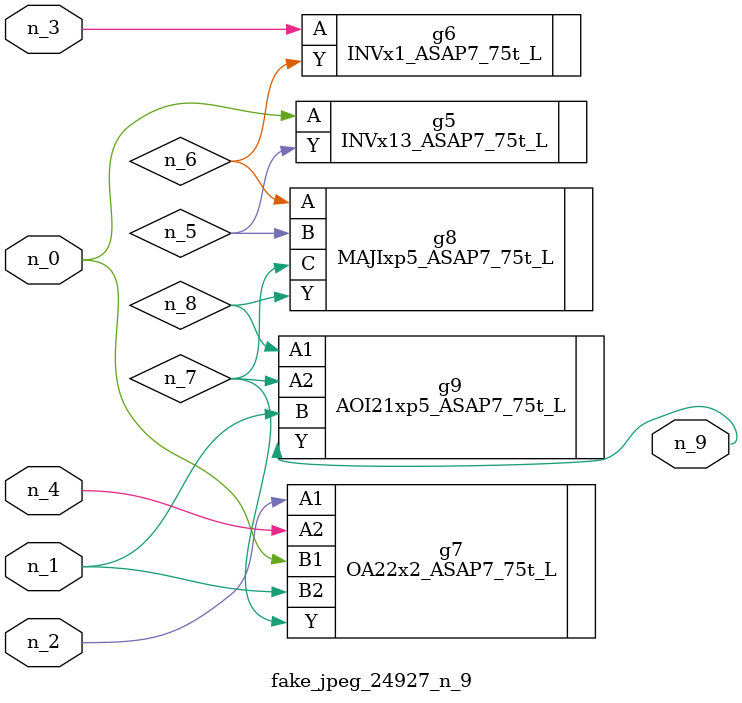
<source format=v>
module fake_jpeg_24927_n_9 (n_3, n_2, n_1, n_0, n_4, n_9);

input n_3;
input n_2;
input n_1;
input n_0;
input n_4;

output n_9;

wire n_8;
wire n_6;
wire n_5;
wire n_7;

INVx13_ASAP7_75t_L g5 ( 
.A(n_0),
.Y(n_5)
);

INVx1_ASAP7_75t_L g6 ( 
.A(n_3),
.Y(n_6)
);

OA22x2_ASAP7_75t_L g7 ( 
.A1(n_2),
.A2(n_4),
.B1(n_0),
.B2(n_1),
.Y(n_7)
);

MAJIxp5_ASAP7_75t_L g8 ( 
.A(n_6),
.B(n_5),
.C(n_7),
.Y(n_8)
);

AOI21xp5_ASAP7_75t_L g9 ( 
.A1(n_8),
.A2(n_7),
.B(n_1),
.Y(n_9)
);


endmodule
</source>
